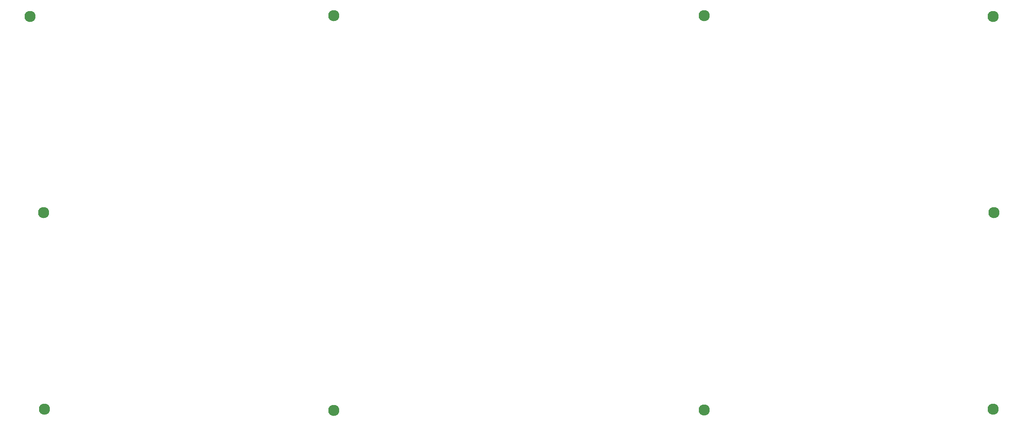
<source format=gbr>
G04 #@! TF.GenerationSoftware,KiCad,Pcbnew,(5.1.6-0-10_14)*
G04 #@! TF.CreationDate,2020-08-01T13:26:42+09:00*
G04 #@! TF.ProjectId,reviung33-top-plate,72657669-756e-4673-9333-2d746f702d70,rev0.3*
G04 #@! TF.SameCoordinates,Original*
G04 #@! TF.FileFunction,Soldermask,Bot*
G04 #@! TF.FilePolarity,Negative*
%FSLAX46Y46*%
G04 Gerber Fmt 4.6, Leading zero omitted, Abs format (unit mm)*
G04 Created by KiCad (PCBNEW (5.1.6-0-10_14)) date 2020-08-01 13:26:42*
%MOMM*%
%LPD*%
G01*
G04 APERTURE LIST*
%ADD10C,2.300000*%
G04 APERTURE END LIST*
D10*
X231860000Y-112990000D03*
X231860000Y-32110000D03*
X33690000Y-32110000D03*
X36690000Y-112990000D03*
X96180000Y-31950000D03*
X172380000Y-31950000D03*
X232030000Y-72550000D03*
X172380000Y-113150000D03*
X96180000Y-113230000D03*
X36530000Y-72550000D03*
M02*

</source>
